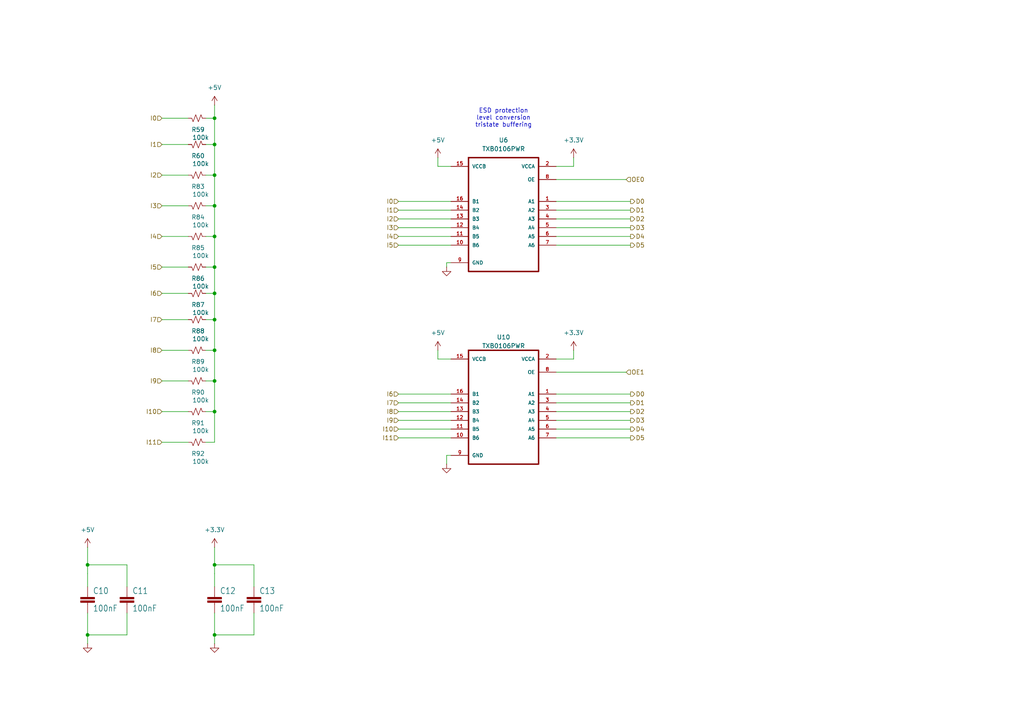
<source format=kicad_sch>
(kicad_sch (version 20250114) (generator "eeschema") (generator_version "9.0")
  (paper "A4")
  (lib_symbols
    (symbol "Device:R_Small_US" (pin_numbers (hide yes)) (pin_names (offset 0.254) (hide yes))
      (property "Reference" "R" (at 0.762 0.508 0))
      (property "Value" "R_Small_US" (at 0.762 -1.016 0))
      (symbol "R_Small_US_1_1"
        (polyline (pts (xy 0 1.524) (xy 1.016 1.143) (xy 0 0.762) (xy -1.016 0.381) (xy 0 0)))
        (polyline (pts (xy 0 0) (xy 1.016 -0.381) (xy 0 -0.762) (xy -1.016 -1.143) (xy 0 -1.524)))
        (pin passive line (at 0 2.54 270) (length 1.016) (name "~") (number "1"))
        (pin passive line (at 0 -2.54 90) (length 1.016) (name "~") (number "2"))
      )
    )
    (symbol "TXB0106PWR:TXB0106PWR" (pin_names (offset 1.016))
      (property "Reference" "U" (at -12.7 21.32 0))
      (property "Value" "TXB0106PWR" (at -5.334 21.082 0))
      (symbol "TXB0106PWR_0_0"
        (rectangle (start -12.7 20.32) (end 7.62 -12.7) (stroke (width 0.41)))
        (pin power_in line (at -17.78 17.78 0) (length 5.08) (name "VCCB") (number "15"))
        (pin bidirectional line (at -17.78 7.62 0) (length 5.08) (name "B1") (number "16"))
        (pin bidirectional line (at -17.78 5.08 0) (length 5.08) (name "B2") (number "14"))
        (pin bidirectional line (at -17.78 2.54 0) (length 5.08) (name "B3") (number "13"))
        (pin bidirectional line (at -17.78 0 0) (length 5.08) (name "B4") (number "12"))
        (pin bidirectional line (at -17.78 -2.54 0) (length 5.08) (name "B5") (number "11"))
        (pin bidirectional line (at -17.78 -5.08 0) (length 5.08) (name "B6") (number "10"))
        (pin power_in line (at -17.78 -10.16 0) (length 5.08) (name "GND") (number "9"))
        (pin power_in line (at 12.7 17.78 180) (length 5.08) (name "VCCA") (number "2"))
        (pin input line (at 12.7 13.97 180) (length 5.08) (name "OE") (number "8"))
        (pin bidirectional line (at 12.7 7.62 180) (length 5.08) (name "A1") (number "1"))
        (pin bidirectional line (at 12.7 5.08 180) (length 5.08) (name "A2") (number "3"))
        (pin bidirectional line (at 12.7 2.54 180) (length 5.08) (name "A3") (number "4"))
        (pin bidirectional line (at 12.7 0 180) (length 5.08) (name "A4") (number "5"))
        (pin bidirectional line (at 12.7 -2.54 180) (length 5.08) (name "A5") (number "6"))
        (pin bidirectional line (at 12.7 -5.08 180) (length 5.08) (name "A6") (number "7"))
      )
    )
    (symbol "mister-vector-eagle-import:C-EUC0603"
      (property "Reference" "C" (at 1.524 0.381 0))
      (symbol "C-EUC0603_1_0"
        (rectangle (start -2.032 -1.016) (end 2.032 -0.508) (fill (type outline)))
        (rectangle (start -2.032 -2.032) (end 2.032 -1.524) (fill (type outline)))
        (polyline (pts (xy 0 0) (xy 0 -0.508)) (stroke (width 0.1524)))
        (polyline (pts (xy 0 -2.54) (xy 0 -2.032)) (stroke (width 0.1524)))
        (pin passive line (at 0 2.54 270) (length 2.54) (name "1") (number "1"))
        (pin passive line (at 0 -5.08 90) (length 2.54) (name "2") (number "2"))
      )
    )
    (symbol "power:+3.3V" (power) (pin_numbers (hide yes)) (pin_names (offset 0) (hide yes))
      (property "Value" "+3.3V" (at 0 3.556 0))
      (symbol "+3.3V_0_1"
        (polyline (pts (xy -0.762 1.27) (xy 0 2.54)))
        (polyline (pts (xy 0 2.54) (xy 0.762 1.27)))
        (polyline (pts (xy 0 0) (xy 0 2.54)))
      )
      (symbol "+3.3V_1_1"
        (pin power_in line (at 0 0 90) (length 0) (name "~") (number "1"))
      )
    )
    (symbol "power:+5V" (power) (pin_numbers (hide yes)) (pin_names (offset 0) (hide yes))
      (property "Value" "+5V" (at 0 3.556 0))
      (symbol "+5V_0_1"
        (polyline (pts (xy -0.762 1.27) (xy 0 2.54)))
        (polyline (pts (xy 0 2.54) (xy 0.762 1.27)))
        (polyline (pts (xy 0 0) (xy 0 2.54)))
      )
      (symbol "+5V_1_1"
        (pin power_in line (at 0 0 90) (length 0) (name "~") (number "1"))
      )
    )
    (symbol "power:GND" (power) (pin_numbers (hide yes)) (pin_names (offset 0) (hide yes))
      (property "Value" "GND" (at 0 -3.81 0))
      (symbol "GND_0_1"
        (polyline (pts (xy 0 0) (xy 0 -1.27) (xy 1.27 -1.27) (xy 0 -2.54) (xy -1.27 -1.27) (xy 0 -1.27)))
      )
      (symbol "GND_1_1"
        (pin power_in line (at 0 0 270) (length 0) (name "~") (number "1"))
      )
    )
  )
  (text "ESD protection\nlevel conversion\ntristate buffering\n\n" (at 146.05 35.306 0) (effects (font (size 1.27 1.27))))
  (junction (at 62.23 85.09))
  (junction (at 62.23 110.49))
  (junction (at 62.23 59.69))
  (junction (at 62.23 41.91))
  (junction (at 62.23 50.8))
  (junction (at 62.23 92.71))
  (junction (at 62.23 119.38))
  (junction (at 25.4 163.83))
  (junction (at 62.23 68.58))
  (junction (at 62.23 101.6))
  (junction (at 25.4 184.15))
  (junction (at 62.23 184.15))
  (junction (at 62.23 77.47))
  (junction (at 62.23 34.29))
  (junction (at 62.23 163.83))
  (wire (pts (xy 46.99 110.49) (xy 54.61 110.49)))
  (wire (pts (xy 59.69 68.58) (xy 62.23 68.58)))
  (wire (pts (xy 182.88 119.38) (xy 161.29 119.38)))
  (wire (pts (xy 182.88 58.42) (xy 161.29 58.42)))
  (wire (pts (xy 46.99 34.29) (xy 54.61 34.29)))
  (wire (pts (xy 36.83 170.18) (xy 36.83 163.83)) (stroke (width 0.1524)))
  (wire (pts (xy 62.23 68.58) (xy 62.23 77.47)))
  (wire (pts (xy 62.23 186.69) (xy 62.23 184.15)) (stroke (width 0.1524)))
  (wire (pts (xy 59.69 34.29) (xy 62.23 34.29)))
  (wire (pts (xy 46.99 77.47) (xy 54.61 77.47)))
  (wire (pts (xy 182.88 68.58) (xy 161.29 68.58)))
  (wire (pts (xy 129.54 76.2) (xy 130.81 76.2)))
  (wire (pts (xy 115.57 66.04) (xy 130.81 66.04)))
  (wire (pts (xy 59.69 92.71) (xy 62.23 92.71)))
  (wire (pts (xy 59.69 41.91) (xy 62.23 41.91)))
  (wire (pts (xy 115.57 68.58) (xy 130.81 68.58)))
  (wire (pts (xy 115.57 124.46) (xy 130.81 124.46)))
  (wire (pts (xy 182.88 71.12) (xy 161.29 71.12)))
  (wire (pts (xy 59.69 101.6) (xy 62.23 101.6)))
  (wire (pts (xy 182.88 127) (xy 161.29 127)))
  (wire (pts (xy 166.37 101.6) (xy 166.37 104.14)))
  (wire (pts (xy 127 104.14) (xy 127 101.6)))
  (wire (pts (xy 62.23 101.6) (xy 62.23 110.49)))
  (wire (pts (xy 62.23 85.09) (xy 62.23 92.71)))
  (wire (pts (xy 25.4 186.69) (xy 25.4 184.15)) (stroke (width 0.1524)))
  (wire (pts (xy 62.23 166.37) (xy 62.23 163.83)) (stroke (width 0.1524)))
  (wire (pts (xy 25.4 177.8) (xy 25.4 184.15)) (stroke (width 0.1524)))
  (wire (pts (xy 59.69 59.69) (xy 62.23 59.69)))
  (wire (pts (xy 25.4 184.15) (xy 36.83 184.15)) (stroke (width 0.1524)))
  (wire (pts (xy 166.37 45.72) (xy 166.37 48.26)))
  (wire (pts (xy 46.99 41.91) (xy 54.61 41.91)))
  (wire (pts (xy 115.57 127) (xy 130.81 127)))
  (wire (pts (xy 62.23 119.38) (xy 62.23 128.27)))
  (wire (pts (xy 115.57 114.3) (xy 130.81 114.3)))
  (wire (pts (xy 115.57 60.96) (xy 130.81 60.96)))
  (wire (pts (xy 62.23 30.48) (xy 62.23 34.29)))
  (wire (pts (xy 182.88 63.5) (xy 161.29 63.5)))
  (wire (pts (xy 59.69 50.8) (xy 62.23 50.8)))
  (wire (pts (xy 62.23 34.29) (xy 62.23 41.91)))
  (wire (pts (xy 182.88 121.92) (xy 161.29 121.92)))
  (wire (pts (xy 130.81 132.08) (xy 129.54 132.08)))
  (wire (pts (xy 161.29 52.07) (xy 181.61 52.07)))
  (wire (pts (xy 62.23 184.15) (xy 73.66 184.15)) (stroke (width 0.1524)))
  (wire (pts (xy 62.23 166.37) (xy 62.23 170.18)))
  (wire (pts (xy 127 48.26) (xy 127 45.72)))
  (wire (pts (xy 182.88 116.84) (xy 161.29 116.84)))
  (wire (pts (xy 59.69 110.49) (xy 62.23 110.49)))
  (wire (pts (xy 73.66 170.18) (xy 73.66 163.83)) (stroke (width 0.1524)))
  (wire (pts (xy 115.57 58.42) (xy 130.81 58.42)))
  (wire (pts (xy 115.57 119.38) (xy 130.81 119.38)))
  (wire (pts (xy 115.57 116.84) (xy 130.81 116.84)))
  (wire (pts (xy 46.99 128.27) (xy 54.61 128.27)))
  (wire (pts (xy 62.23 177.8) (xy 62.23 184.15)) (stroke (width 0.1524)))
  (wire (pts (xy 62.23 59.69) (xy 62.23 68.58)))
  (wire (pts (xy 130.81 104.14) (xy 127 104.14)))
  (wire (pts (xy 129.54 134.62) (xy 129.54 132.08)))
  (wire (pts (xy 46.99 85.09) (xy 54.61 85.09)))
  (wire (pts (xy 62.23 163.83) (xy 73.66 163.83)) (stroke (width 0.1524)))
  (wire (pts (xy 130.81 48.26) (xy 127 48.26)))
  (wire (pts (xy 182.88 60.96) (xy 161.29 60.96)))
  (wire (pts (xy 115.57 121.92) (xy 130.81 121.92)))
  (wire (pts (xy 25.4 166.37) (xy 25.4 170.18)))
  (wire (pts (xy 161.29 48.26) (xy 166.37 48.26)))
  (wire (pts (xy 46.99 101.6) (xy 54.61 101.6)))
  (wire (pts (xy 182.88 114.3) (xy 161.29 114.3)))
  (wire (pts (xy 62.23 41.91) (xy 62.23 50.8)))
  (wire (pts (xy 182.88 124.46) (xy 161.29 124.46)))
  (wire (pts (xy 161.29 107.95) (xy 181.61 107.95)))
  (wire (pts (xy 59.69 77.47) (xy 62.23 77.47)))
  (wire (pts (xy 62.23 77.47) (xy 62.23 85.09)))
  (wire (pts (xy 73.66 177.8) (xy 73.66 184.15)) (stroke (width 0.1524)))
  (wire (pts (xy 62.23 110.49) (xy 62.23 119.38)))
  (wire (pts (xy 46.99 68.58) (xy 54.61 68.58)))
  (wire (pts (xy 46.99 92.71) (xy 54.61 92.71)))
  (wire (pts (xy 182.88 66.04) (xy 161.29 66.04)))
  (wire (pts (xy 59.69 119.38) (xy 62.23 119.38)))
  (wire (pts (xy 115.57 71.12) (xy 130.81 71.12)))
  (wire (pts (xy 59.69 128.27) (xy 62.23 128.27)))
  (wire (pts (xy 62.23 92.71) (xy 62.23 101.6)))
  (wire (pts (xy 25.4 163.83) (xy 25.4 158.75)) (stroke (width 0.1524)))
  (wire (pts (xy 46.99 119.38) (xy 54.61 119.38)))
  (wire (pts (xy 161.29 104.14) (xy 166.37 104.14)))
  (wire (pts (xy 62.23 50.8) (xy 62.23 59.69)))
  (wire (pts (xy 115.57 63.5) (xy 130.81 63.5)))
  (wire (pts (xy 129.54 76.2) (xy 129.54 77.47)))
  (wire (pts (xy 36.83 177.8) (xy 36.83 184.15)) (stroke (width 0.1524)))
  (wire (pts (xy 25.4 166.37) (xy 25.4 163.83)) (stroke (width 0.1524)))
  (wire (pts (xy 46.99 50.8) (xy 54.61 50.8)))
  (wire (pts (xy 25.4 163.83) (xy 36.83 163.83)) (stroke (width 0.1524)))
  (wire (pts (xy 59.69 85.09) (xy 62.23 85.09)))
  (wire (pts (xy 62.23 163.83) (xy 62.23 158.75)) (stroke (width 0.1524)))
  (wire (pts (xy 46.99 59.69) (xy 54.61 59.69)))
  (hierarchical_label "I0" (shape input) (at 46.99 34.29 180))
  (hierarchical_label "I10" (shape input) (at 46.99 119.38 180))
  (hierarchical_label "I3" (shape input) (at 115.57 66.04 180))
  (hierarchical_label "I8" (shape input) (at 115.57 119.38 180))
  (hierarchical_label "I9" (shape input) (at 115.57 121.92 180))
  (hierarchical_label "I9" (shape input) (at 46.99 110.49 180))
  (hierarchical_label "D1" (shape output) (at 182.88 116.84 0))
  (hierarchical_label "D4" (shape output) (at 182.88 68.58 0))
  (hierarchical_label "I6" (shape input) (at 46.99 85.09 180))
  (hierarchical_label "I1" (shape input) (at 46.99 41.91 180))
  (hierarchical_label "I6" (shape input) (at 115.57 114.3 180))
  (hierarchical_label "I10" (shape input) (at 115.57 124.46 180))
  (hierarchical_label "I1" (shape input) (at 115.57 60.96 180))
  (hierarchical_label "D2" (shape output) (at 182.88 63.5 0))
  (hierarchical_label "I5" (shape input) (at 46.99 77.47 180))
  (hierarchical_label "D0" (shape output) (at 182.88 58.42 0))
  (hierarchical_label "I5" (shape input) (at 115.57 71.12 180))
  (hierarchical_label "I3" (shape input) (at 46.99 59.69 180))
  (hierarchical_label "D2" (shape output) (at 182.88 119.38 0))
  (hierarchical_label "D3" (shape output) (at 182.88 66.04 0))
  (hierarchical_label "I0" (shape input) (at 115.57 58.42 180))
  (hierarchical_label "D1" (shape output) (at 182.88 60.96 0))
  (hierarchical_label "I7" (shape input) (at 46.99 92.71 180))
  (hierarchical_label "I7" (shape input) (at 115.57 116.84 180))
  (hierarchical_label "I2" (shape input) (at 46.99 50.8 180))
  (hierarchical_label "I2" (shape input) (at 115.57 63.5 180))
  (hierarchical_label "I11" (shape input) (at 46.99 128.27 180))
  (hierarchical_label "D3" (shape output) (at 182.88 121.92 0))
  (hierarchical_label "D0" (shape output) (at 182.88 114.3 0))
  (hierarchical_label "D5" (shape output) (at 182.88 71.12 0))
  (hierarchical_label "I4" (shape input) (at 115.57 68.58 180))
  (hierarchical_label "I11" (shape input) (at 115.57 127 180))
  (hierarchical_label "I8" (shape input) (at 46.99 101.6 180))
  (hierarchical_label "D5" (shape output) (at 182.88 127 0))
  (hierarchical_label "I4" (shape input) (at 46.99 68.58 180))
  (hierarchical_label "OE0" (shape input) (at 181.61 52.07 0))
  (hierarchical_label "OE1" (shape input) (at 181.61 107.95 0))
  (hierarchical_label "D4" (shape output) (at 182.88 124.46 0))
  (symbol (lib_id "TXB0106PWR:TXB0106PWR") (at 148.59 121.92 0) (unit 1)
    (property "Reference" "U5" (at 146.05 97.79 0))
    (property "Value" "TXB0106PWR" (at 146.05 100.33 0))
    (property "Footprint" "TXB0106PWR:SOP65P640X120-16N" (effects (hide yes)))
    (property "DigiKey_Part_Number" "296-23759-2-ND" (effects (hide yes)))
    (property "SnapEDA_Link" "https://www.snapeda.com/parts/TXB0106PWR/Texas+Instruments/view-part/?ref=snap" (effects (hide yes)))
    (property "Description_1" "6-Bit Bidirectional Voltage-Level Translator with Auto Direction Sensing and +/-15-kV ESD Protect" (effects (hide yes)))
    (property "MF" "Texas Instruments" (effects (hide yes)))
    (property "Package" "TSSOP-16 Texas Instruments" (effects (hide yes)))
    (property "Check_prices" "https://www.snapeda.com/parts/TXB0106PWR/Texas+Instruments/view-part/?ref=eda" (effects (hide yes)))
    (property "MP" "TXB0106PWR" (effects (hide yes)))
    (property "LCSC" "C38253" (effects (hide yes)))
    (instances (project "mister-vector" (path "" (reference "U10") (unit 1)) (path "" (reference "U5") (unit 1))))
  )
  (symbol (lib_id "Device:R_Small_US") (at 57.15 77.47 90) (mirror x) (unit 1)
    (property "Reference" "R50" (at 55.499 80.772 90) (effects (justify right)))
    (property "Value" "100k" (at 55.753 83.058 90) (effects (justify right)))
    (property "Footprint" "Resistor_SMD:R_0402_1005Metric" (effects (hide yes)))
    (property "Description" "Resistor, small US symbol" (effects (hide yes)))
    (property "LCSC" "C25741" (effects (hide yes)))
    (instances (project "mister-vector" (path "" (reference "R86") (unit 1)) (path "" (reference "R50") (unit 1))))
  )
  (symbol (lib_id "power:GND") (at 129.54 77.47 0) (unit 1)
    (property "Reference" "#PWR019" (effects (hide yes)))
    (property "Value" "GND" (effects (hide yes)))
    (property "Description" "Power symbol creates a global label with name \"GND\" , ground" (effects (hide yes)))
    (instances (project "mister-vector" (path "" (reference "#PWR062") (unit 1)) (path "" (reference "#PWR019") (unit 1))))
  )
  (symbol (lib_id "power:+3.3V") (at 62.23 158.75 0) (unit 1)
    (property "Reference" "#PWR025" (effects (hide yes)))
    (property "Value" "+3.3V" (at 62.23 153.67 0))
    (property "Description" "Power symbol creates a global label with name \"+3.3V\"" (effects (hide yes)))
    (instances (project "mister-vector" (path "" (reference "#PWR030") (unit 1)) (path "" (reference "#PWR025") (unit 1))))
  )
  (symbol (lib_id "power:+5V") (at 127 45.72 0) (unit 1)
    (property "Reference" "#PWR017" (effects (hide yes)))
    (property "Value" "+5V" (at 127 40.64 0))
    (property "Description" "Power symbol creates a global label with name \"+5V\"" (effects (hide yes)))
    (instances (project "mister-vector" (path "" (reference "#PWR023") (unit 1)) (path "" (reference "#PWR017") (unit 1))))
  )
  (symbol (lib_id "Device:R_Small_US") (at 57.15 59.69 90) (mirror x) (unit 1)
    (property "Reference" "R48" (at 55.499 62.992 90) (effects (justify right)))
    (property "Value" "100k" (at 55.753 65.278 90) (effects (justify right)))
    (property "Footprint" "Resistor_SMD:R_0402_1005Metric" (effects (hide yes)))
    (property "Description" "Resistor, small US symbol" (effects (hide yes)))
    (property "LCSC" "C25741" (effects (hide yes)))
    (instances (project "mister-vector" (path "" (reference "R84") (unit 1)) (path "" (reference "R48") (unit 1))))
  )
  (symbol (lib_id "power:GND") (at 62.23 186.69 0) (unit 1)
    (property "Reference" "#PWR027" (effects (hide yes)))
    (property "Value" "GND" (effects (hide yes)))
    (property "Description" "Power symbol creates a global label with name \"GND\" , ground" (effects (hide yes)))
    (instances (project "mister-vector" (path "" (reference "#PWR031") (unit 1)) (path "" (reference "#PWR027") (unit 1))))
  )
  (symbol (lib_id "Device:R_Small_US") (at 57.15 92.71 90) (mirror x) (unit 1)
    (property "Reference" "R52" (at 55.499 96.012 90) (effects (justify right)))
    (property "Value" "100k" (at 55.753 98.298 90) (effects (justify right)))
    (property "Footprint" "Resistor_SMD:R_0402_1005Metric" (effects (hide yes)))
    (property "Description" "Resistor, small US symbol" (effects (hide yes)))
    (property "LCSC" "C25741" (effects (hide yes)))
    (instances (project "mister-vector" (path "" (reference "R88") (unit 1)) (path "" (reference "R52") (unit 1))))
  )
  (symbol (lib_id "power:+5V") (at 62.23 30.48 0) (unit 1)
    (property "Reference" "#PWR067" (effects (hide yes)))
    (property "Value" "+5V" (at 62.23 25.4 0))
    (property "Description" "Power symbol creates a global label with name \"+5V\"" (effects (hide yes)))
    (instances (project "mister-vector" (path "" (reference "#PWR068") (unit 1)) (path "" (reference "#PWR067") (unit 1))))
  )
  (symbol (lib_id "Device:R_Small_US") (at 57.15 68.58 90) (mirror x) (unit 1)
    (property "Reference" "R49" (at 55.499 71.882 90) (effects (justify right)))
    (property "Value" "100k" (at 55.753 74.168 90) (effects (justify right)))
    (property "Footprint" "Resistor_SMD:R_0402_1005Metric" (effects (hide yes)))
    (property "Description" "Resistor, small US symbol" (effects (hide yes)))
    (property "LCSC" "C25741" (effects (hide yes)))
    (instances (project "mister-vector" (path "" (reference "R85") (unit 1)) (path "" (reference "R49") (unit 1))))
  )
  (symbol (lib_id "mister-vector-eagle-import:C-EUC0603") (at 73.66 172.72 0) (unit 1)
    (property "Reference" "C9" (at 75.184 172.339 0) (effects (font (size 1.778 1.5113)) (justify left bottom)))
    (property "Value" "100nF" (at 75.184 177.419 0) (effects (font (size 1.778 1.5113)) (justify left bottom)))
    (property "Footprint" "Capacitor_SMD:C_0402_1005Metric" (effects (hide yes)))
    (property "LCSC" "C307331" (effects (hide yes)))
    (instances (project "mister-vector" (path "" (reference "C13") (unit 1)) (path "" (reference "C9") (unit 1))))
  )
  (symbol (lib_id "Device:R_Small_US") (at 57.15 34.29 90) (mirror x) (unit 1)
    (property "Reference" "R45" (at 55.499 37.592 90) (effects (justify right)))
    (property "Value" "100k" (at 55.753 39.878 90) (effects (justify right)))
    (property "Footprint" "Resistor_SMD:R_0402_1005Metric" (effects (hide yes)))
    (property "Description" "Resistor, small US symbol" (effects (hide yes)))
    (property "LCSC" "C25741" (effects (hide yes)))
    (instances (project "mister-vector" (path "" (reference "R59") (unit 1)) (path "" (reference "R45") (unit 1))))
  )
  (symbol (lib_id "Device:R_Small_US") (at 57.15 119.38 90) (mirror x) (unit 1)
    (property "Reference" "R55" (at 55.499 122.682 90) (effects (justify right)))
    (property "Value" "100k" (at 55.753 124.968 90) (effects (justify right)))
    (property "Footprint" "Resistor_SMD:R_0402_1005Metric" (effects (hide yes)))
    (property "Description" "Resistor, small US symbol" (effects (hide yes)))
    (property "LCSC" "C25741" (effects (hide yes)))
    (instances (project "mister-vector" (path "" (reference "R91") (unit 1)) (path "" (reference "R55") (unit 1))))
  )
  (symbol (lib_id "power:+3.3V") (at 166.37 101.6 0) (unit 1)
    (property "Reference" "#PWR021" (effects (hide yes)))
    (property "Value" "+3.3V" (at 166.37 96.52 0))
    (property "Description" "Power symbol creates a global label with name \"+3.3V\"" (effects (hide yes)))
    (instances (project "mister-vector" (path "" (reference "#PWR065") (unit 1)) (path "" (reference "#PWR021") (unit 1))))
  )
  (symbol (lib_id "TXB0106PWR:TXB0106PWR") (at 148.59 66.04 0) (unit 1)
    (property "Reference" "U4" (at 146.05 40.64 0))
    (property "Value" "TXB0106PWR" (at 146.05 43.18 0))
    (property "Footprint" "TXB0106PWR:SOP65P640X120-16N" (effects (hide yes)))
    (property "DigiKey_Part_Number" "296-23759-2-ND" (effects (hide yes)))
    (property "SnapEDA_Link" "https://www.snapeda.com/parts/TXB0106PWR/Texas+Instruments/view-part/?ref=snap" (effects (hide yes)))
    (property "Description_1" "6-Bit Bidirectional Voltage-Level Translator with Auto Direction Sensing and +/-15-kV ESD Protect" (effects (hide yes)))
    (property "MF" "Texas Instruments" (effects (hide yes)))
    (property "Package" "TSSOP-16 Texas Instruments" (effects (hide yes)))
    (property "Check_prices" "https://www.snapeda.com/parts/TXB0106PWR/Texas+Instruments/view-part/?ref=eda" (effects (hide yes)))
    (property "MP" "TXB0106PWR" (effects (hide yes)))
    (property "LCSC" "C38253" (effects (hide yes)))
    (instances (project "mister-vector" (path "" (reference "U6") (unit 1)) (path "" (reference "U4") (unit 1))))
  )
  (symbol (lib_id "power:+3.3V") (at 166.37 45.72 0) (unit 1)
    (property "Reference" "#PWR018" (effects (hide yes)))
    (property "Value" "+3.3V" (at 166.37 40.64 0))
    (property "Description" "Power symbol creates a global label with name \"+3.3V\"" (effects (hide yes)))
    (instances (project "mister-vector" (path "" (reference "#PWR064") (unit 1)) (path "" (reference "#PWR018") (unit 1))))
  )
  (symbol (lib_id "Device:R_Small_US") (at 57.15 41.91 90) (mirror x) (unit 1)
    (property "Reference" "R46" (at 55.499 45.212 90) (effects (justify right)))
    (property "Value" "100k" (at 55.753 47.498 90) (effects (justify right)))
    (property "Footprint" "Resistor_SMD:R_0402_1005Metric" (effects (hide yes)))
    (property "Description" "Resistor, small US symbol" (effects (hide yes)))
    (property "LCSC" "C25741" (effects (hide yes)))
    (instances (project "mister-vector" (path "" (reference "R60") (unit 1)) (path "" (reference "R46") (unit 1))))
  )
  (symbol (lib_id "power:GND") (at 25.4 186.69 0) (unit 1)
    (property "Reference" "#PWR026" (effects (hide yes)))
    (property "Value" "GND" (effects (hide yes)))
    (property "Description" "Power symbol creates a global label with name \"GND\" , ground" (effects (hide yes)))
    (instances (project "mister-vector" (path "" (reference "#PWR029") (unit 1)) (path "" (reference "#PWR026") (unit 1))))
  )
  (symbol (lib_id "Device:R_Small_US") (at 57.15 101.6 90) (mirror x) (unit 1)
    (property "Reference" "R53" (at 55.499 104.902 90) (effects (justify right)))
    (property "Value" "100k" (at 55.753 107.188 90) (effects (justify right)))
    (property "Footprint" "Resistor_SMD:R_0402_1005Metric" (effects (hide yes)))
    (property "Description" "Resistor, small US symbol" (effects (hide yes)))
    (property "LCSC" "C25741" (effects (hide yes)))
    (instances (project "mister-vector" (path "" (reference "R89") (unit 1)) (path "" (reference "R53") (unit 1))))
  )
  (symbol (lib_id "mister-vector-eagle-import:C-EUC0603") (at 62.23 172.72 0) (unit 1)
    (property "Reference" "C8" (at 63.754 172.339 0) (effects (font (size 1.778 1.5113)) (justify left bottom)))
    (property "Value" "100nF" (at 63.754 177.419 0) (effects (font (size 1.778 1.5113)) (justify left bottom)))
    (property "Footprint" "Capacitor_SMD:C_0402_1005Metric" (effects (hide yes)))
    (property "LCSC" "C307331" (effects (hide yes)))
    (instances (project "mister-vector" (path "" (reference "C12") (unit 1)) (path "" (reference "C8") (unit 1))))
  )
  (symbol (lib_id "Device:R_Small_US") (at 57.15 50.8 90) (mirror x) (unit 1)
    (property "Reference" "R47" (at 55.499 54.102 90) (effects (justify right)))
    (property "Value" "100k" (at 55.753 56.388 90) (effects (justify right)))
    (property "Footprint" "Resistor_SMD:R_0402_1005Metric" (effects (hide yes)))
    (property "Description" "Resistor, small US symbol" (effects (hide yes)))
    (property "LCSC" "C25741" (effects (hide yes)))
    (instances (project "mister-vector" (path "" (reference "R83") (unit 1)) (path "" (reference "R47") (unit 1))))
  )
  (symbol (lib_id "power:+5V") (at 127 101.6 0) (unit 1)
    (property "Reference" "#PWR020" (effects (hide yes)))
    (property "Value" "+5V" (at 127 96.52 0))
    (property "Description" "Power symbol creates a global label with name \"+5V\"" (effects (hide yes)))
    (instances (project "mister-vector" (path "" (reference "#PWR061") (unit 1)) (path "" (reference "#PWR020") (unit 1))))
  )
  (symbol (lib_id "Device:R_Small_US") (at 57.15 85.09 90) (mirror x) (unit 1)
    (property "Reference" "R51" (at 55.499 88.392 90) (effects (justify right)))
    (property "Value" "100k" (at 55.753 90.678 90) (effects (justify right)))
    (property "Footprint" "Resistor_SMD:R_0402_1005Metric" (effects (hide yes)))
    (property "Description" "Resistor, small US symbol" (effects (hide yes)))
    (property "LCSC" "C25741" (effects (hide yes)))
    (instances (project "mister-vector" (path "" (reference "R87") (unit 1)) (path "" (reference "R51") (unit 1))))
  )
  (symbol (lib_id "Device:R_Small_US") (at 57.15 128.27 90) (mirror x) (unit 1)
    (property "Reference" "R56" (at 55.499 131.572 90) (effects (justify right)))
    (property "Value" "100k" (at 55.753 133.858 90) (effects (justify right)))
    (property "Footprint" "Resistor_SMD:R_0402_1005Metric" (effects (hide yes)))
    (property "Description" "Resistor, small US symbol" (effects (hide yes)))
    (property "LCSC" "C25741" (effects (hide yes)))
    (instances (project "mister-vector" (path "" (reference "R92") (unit 1)) (path "" (reference "R56") (unit 1))))
  )
  (symbol (lib_id "Device:R_Small_US") (at 57.15 110.49 90) (mirror x) (unit 1)
    (property "Reference" "R54" (at 55.499 113.792 90) (effects (justify right)))
    (property "Value" "100k" (at 55.753 116.078 90) (effects (justify right)))
    (property "Footprint" "Resistor_SMD:R_0402_1005Metric" (effects (hide yes)))
    (property "Description" "Resistor, small US symbol" (effects (hide yes)))
    (property "LCSC" "C25741" (effects (hide yes)))
    (instances (project "mister-vector" (path "" (reference "R90") (unit 1)) (path "" (reference "R54") (unit 1))))
  )
  (symbol (lib_id "mister-vector-eagle-import:C-EUC0603") (at 36.83 172.72 0) (unit 1)
    (property "Reference" "C7" (at 38.354 172.339 0) (effects (font (size 1.778 1.5113)) (justify left bottom)))
    (property "Value" "100nF" (at 38.354 177.419 0) (effects (font (size 1.778 1.5113)) (justify left bottom)))
    (property "Footprint" "Capacitor_SMD:C_0402_1005Metric" (effects (hide yes)))
    (property "LCSC" "C307331" (effects (hide yes)))
    (instances (project "mister-vector" (path "" (reference "C11") (unit 1)) (path "" (reference "C7") (unit 1))))
  )
  (symbol (lib_id "mister-vector-eagle-import:C-EUC0603") (at 25.4 172.72 0) (unit 1)
    (property "Reference" "C6" (at 26.924 172.339 0) (effects (font (size 1.778 1.5113)) (justify left bottom)))
    (property "Value" "100nF" (at 26.924 177.419 0) (effects (font (size 1.778 1.5113)) (justify left bottom)))
    (property "Footprint" "Capacitor_SMD:C_0402_1005Metric" (effects (hide yes)))
    (property "LCSC" "C307331" (effects (hide yes)))
    (instances (project "mister-vector" (path "" (reference "C10") (unit 1)) (path "" (reference "C6") (unit 1))))
  )
  (symbol (lib_id "power:+5V") (at 25.4 158.75 0) (unit 1)
    (property "Reference" "#PWR024" (effects (hide yes)))
    (property "Value" "+5V" (at 25.4 153.67 0))
    (property "Description" "Power symbol creates a global label with name \"+5V\"" (effects (hide yes)))
    (instances (project "mister-vector" (path "" (reference "#PWR028") (unit 1)) (path "" (reference "#PWR024") (unit 1))))
  )
  (symbol (lib_id "power:GND") (at 129.54 134.62 0) (unit 1)
    (property "Reference" "#PWR022" (effects (hide yes)))
    (property "Value" "GND" (effects (hide yes)))
    (property "Description" "Power symbol creates a global label with name \"GND\" , ground" (effects (hide yes)))
    (instances (project "mister-vector" (path "" (reference "#PWR063") (unit 1)) (path "" (reference "#PWR022") (unit 1))))
  )
)
</source>
